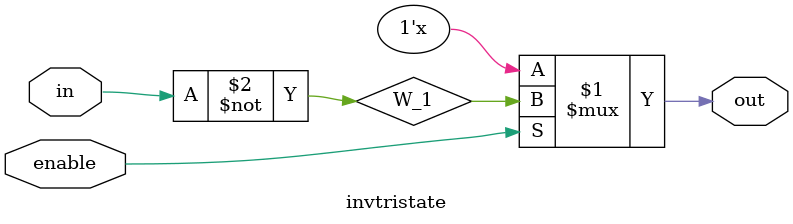
<source format=v>
module invtristate (out, in, enable);
output out ;
input  in ;
input enable ;
wire W_1;
	not   U_1	(W_1, in);
	bufif1 drvi_x 	(out, W_1, enable);
endmodule
</source>
